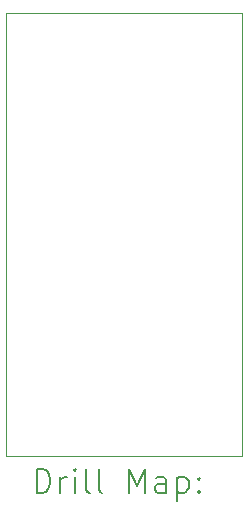
<source format=gbr>
%TF.GenerationSoftware,KiCad,Pcbnew,8.0.1*%
%TF.CreationDate,2024-04-18T20:01:48+02:00*%
%TF.ProjectId,jump,6a756d70-2e6b-4696-9361-645f70636258,rev?*%
%TF.SameCoordinates,Original*%
%TF.FileFunction,Drillmap*%
%TF.FilePolarity,Positive*%
%FSLAX45Y45*%
G04 Gerber Fmt 4.5, Leading zero omitted, Abs format (unit mm)*
G04 Created by KiCad (PCBNEW 8.0.1) date 2024-04-18 20:01:48*
%MOMM*%
%LPD*%
G01*
G04 APERTURE LIST*
%ADD10C,0.050000*%
%ADD11C,0.200000*%
G04 APERTURE END LIST*
D10*
X6350000Y-5200000D02*
X8350000Y-5200000D01*
X8350000Y-8950000D01*
X6350000Y-8950000D01*
X6350000Y-5200000D01*
D11*
X6608277Y-9263984D02*
X6608277Y-9063984D01*
X6608277Y-9063984D02*
X6655896Y-9063984D01*
X6655896Y-9063984D02*
X6684467Y-9073508D01*
X6684467Y-9073508D02*
X6703515Y-9092555D01*
X6703515Y-9092555D02*
X6713039Y-9111603D01*
X6713039Y-9111603D02*
X6722562Y-9149698D01*
X6722562Y-9149698D02*
X6722562Y-9178270D01*
X6722562Y-9178270D02*
X6713039Y-9216365D01*
X6713039Y-9216365D02*
X6703515Y-9235412D01*
X6703515Y-9235412D02*
X6684467Y-9254460D01*
X6684467Y-9254460D02*
X6655896Y-9263984D01*
X6655896Y-9263984D02*
X6608277Y-9263984D01*
X6808277Y-9263984D02*
X6808277Y-9130650D01*
X6808277Y-9168746D02*
X6817801Y-9149698D01*
X6817801Y-9149698D02*
X6827324Y-9140174D01*
X6827324Y-9140174D02*
X6846372Y-9130650D01*
X6846372Y-9130650D02*
X6865420Y-9130650D01*
X6932086Y-9263984D02*
X6932086Y-9130650D01*
X6932086Y-9063984D02*
X6922562Y-9073508D01*
X6922562Y-9073508D02*
X6932086Y-9083031D01*
X6932086Y-9083031D02*
X6941610Y-9073508D01*
X6941610Y-9073508D02*
X6932086Y-9063984D01*
X6932086Y-9063984D02*
X6932086Y-9083031D01*
X7055896Y-9263984D02*
X7036848Y-9254460D01*
X7036848Y-9254460D02*
X7027324Y-9235412D01*
X7027324Y-9235412D02*
X7027324Y-9063984D01*
X7160658Y-9263984D02*
X7141610Y-9254460D01*
X7141610Y-9254460D02*
X7132086Y-9235412D01*
X7132086Y-9235412D02*
X7132086Y-9063984D01*
X7389229Y-9263984D02*
X7389229Y-9063984D01*
X7389229Y-9063984D02*
X7455896Y-9206841D01*
X7455896Y-9206841D02*
X7522562Y-9063984D01*
X7522562Y-9063984D02*
X7522562Y-9263984D01*
X7703515Y-9263984D02*
X7703515Y-9159222D01*
X7703515Y-9159222D02*
X7693991Y-9140174D01*
X7693991Y-9140174D02*
X7674943Y-9130650D01*
X7674943Y-9130650D02*
X7636848Y-9130650D01*
X7636848Y-9130650D02*
X7617801Y-9140174D01*
X7703515Y-9254460D02*
X7684467Y-9263984D01*
X7684467Y-9263984D02*
X7636848Y-9263984D01*
X7636848Y-9263984D02*
X7617801Y-9254460D01*
X7617801Y-9254460D02*
X7608277Y-9235412D01*
X7608277Y-9235412D02*
X7608277Y-9216365D01*
X7608277Y-9216365D02*
X7617801Y-9197317D01*
X7617801Y-9197317D02*
X7636848Y-9187793D01*
X7636848Y-9187793D02*
X7684467Y-9187793D01*
X7684467Y-9187793D02*
X7703515Y-9178270D01*
X7798753Y-9130650D02*
X7798753Y-9330650D01*
X7798753Y-9140174D02*
X7817801Y-9130650D01*
X7817801Y-9130650D02*
X7855896Y-9130650D01*
X7855896Y-9130650D02*
X7874943Y-9140174D01*
X7874943Y-9140174D02*
X7884467Y-9149698D01*
X7884467Y-9149698D02*
X7893991Y-9168746D01*
X7893991Y-9168746D02*
X7893991Y-9225889D01*
X7893991Y-9225889D02*
X7884467Y-9244936D01*
X7884467Y-9244936D02*
X7874943Y-9254460D01*
X7874943Y-9254460D02*
X7855896Y-9263984D01*
X7855896Y-9263984D02*
X7817801Y-9263984D01*
X7817801Y-9263984D02*
X7798753Y-9254460D01*
X7979705Y-9244936D02*
X7989229Y-9254460D01*
X7989229Y-9254460D02*
X7979705Y-9263984D01*
X7979705Y-9263984D02*
X7970182Y-9254460D01*
X7970182Y-9254460D02*
X7979705Y-9244936D01*
X7979705Y-9244936D02*
X7979705Y-9263984D01*
X7979705Y-9140174D02*
X7989229Y-9149698D01*
X7989229Y-9149698D02*
X7979705Y-9159222D01*
X7979705Y-9159222D02*
X7970182Y-9149698D01*
X7970182Y-9149698D02*
X7979705Y-9140174D01*
X7979705Y-9140174D02*
X7979705Y-9159222D01*
M02*

</source>
